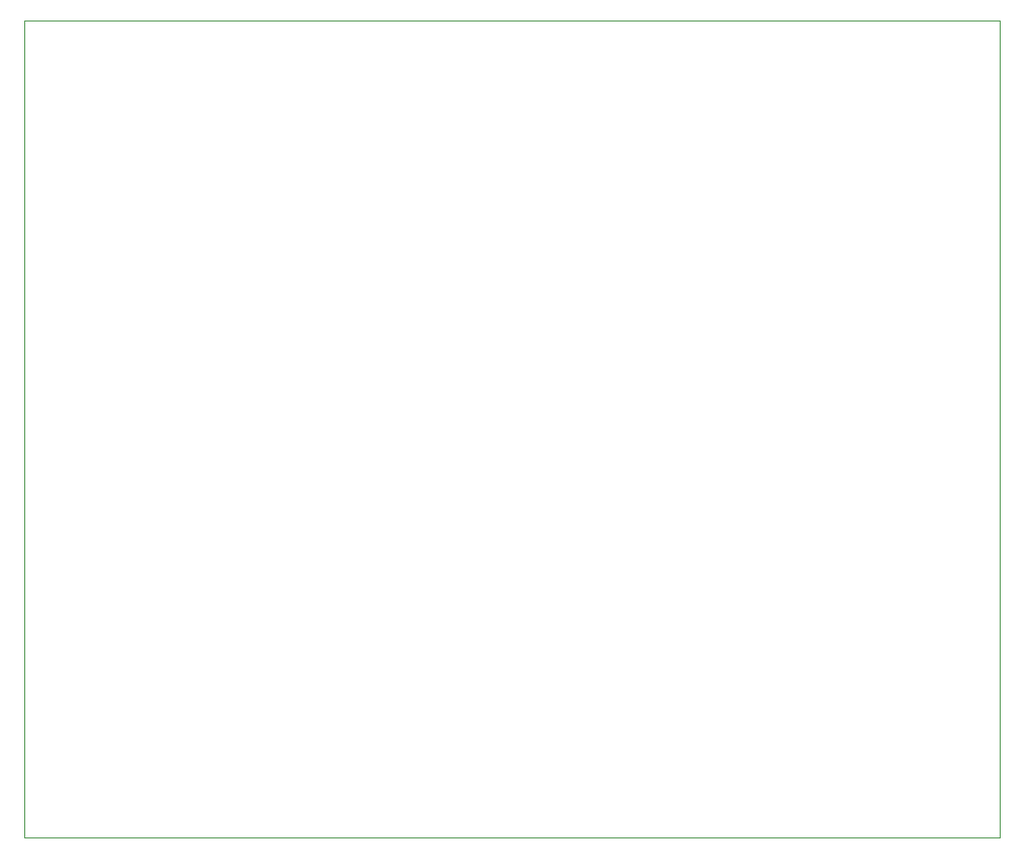
<source format=gbr>
%TF.GenerationSoftware,KiCad,Pcbnew,(5.1.8)-1*%
%TF.CreationDate,2021-07-02T09:49:45+03:00*%
%TF.ProjectId,Automation 101_Agriboard,4175746f-6d61-4746-996f-6e203130315f,rev?*%
%TF.SameCoordinates,Original*%
%TF.FileFunction,Profile,NP*%
%FSLAX46Y46*%
G04 Gerber Fmt 4.6, Leading zero omitted, Abs format (unit mm)*
G04 Created by KiCad (PCBNEW (5.1.8)-1) date 2021-07-02 09:49:45*
%MOMM*%
%LPD*%
G01*
G04 APERTURE LIST*
%TA.AperFunction,Profile*%
%ADD10C,0.050000*%
%TD*%
G04 APERTURE END LIST*
D10*
X145750000Y-105000000D02*
X145750000Y-30940000D01*
X57370000Y-105000000D02*
X145750000Y-105000000D01*
X57370000Y-30940000D02*
X145750000Y-30940000D01*
X57370000Y-79140000D02*
X57370000Y-30940000D01*
X57370000Y-105000000D02*
X57370000Y-79140000D01*
M02*

</source>
